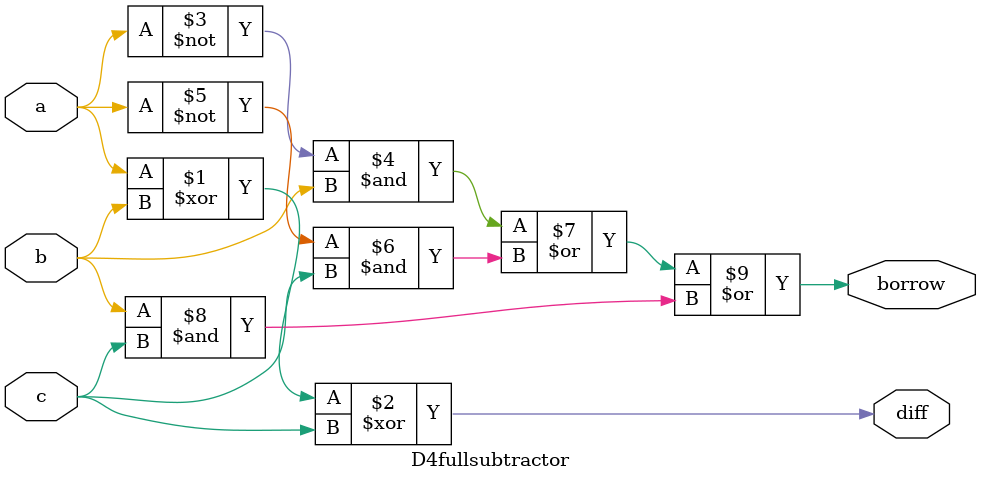
<source format=v>
`timescale 1ns / 1ps
module D4fullsubtractor(a,b,c,diff,borrow
    );
input a,b,c;
output diff,borrow;
wire diff,borrow;
assign diff=a^b^c;
assign borrow=((~a&b)|(~a&c)|(b&c));
endmodule

</source>
